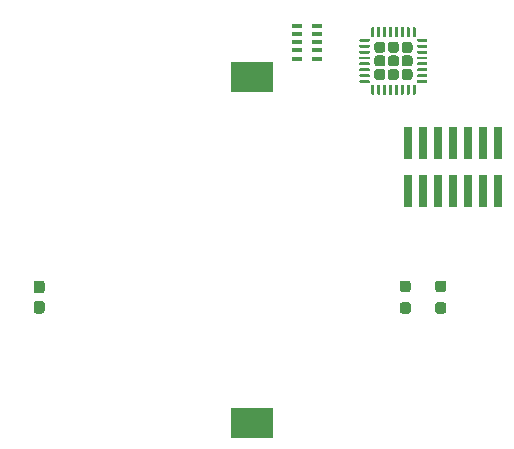
<source format=gbr>
%TF.GenerationSoftware,KiCad,Pcbnew,(5.1.9)-1*%
%TF.CreationDate,2022-04-02T11:09:43-04:00*%
%TF.ProjectId,Light_Sensor_schematic,4c696768-745f-4536-956e-736f725f7363,rev?*%
%TF.SameCoordinates,Original*%
%TF.FileFunction,Paste,Top*%
%TF.FilePolarity,Positive*%
%FSLAX46Y46*%
G04 Gerber Fmt 4.6, Leading zero omitted, Abs format (unit mm)*
G04 Created by KiCad (PCBNEW (5.1.9)-1) date 2022-04-02 11:09:43*
%MOMM*%
%LPD*%
G01*
G04 APERTURE LIST*
%ADD10R,0.740000X2.790000*%
%ADD11R,3.600000X2.600000*%
%ADD12R,0.900000X0.350000*%
G04 APERTURE END LIST*
D10*
%TO.C,U2*%
X138190000Y-100032000D03*
X138190000Y-95968000D03*
X139460000Y-100032000D03*
X139460000Y-95968000D03*
X140730000Y-100032000D03*
X140730000Y-95968000D03*
X142000000Y-100032000D03*
X142000000Y-95968000D03*
X143270000Y-100032000D03*
X143270000Y-95968000D03*
X144540000Y-100032000D03*
X144540000Y-95968000D03*
X145810000Y-100032000D03*
X145810000Y-95968000D03*
%TD*%
%TO.C,U1*%
G36*
G01*
X134125000Y-87312500D02*
X134125000Y-87187500D01*
G75*
G02*
X134187500Y-87125000I62500J0D01*
G01*
X134937500Y-87125000D01*
G75*
G02*
X135000000Y-87187500I0J-62500D01*
G01*
X135000000Y-87312500D01*
G75*
G02*
X134937500Y-87375000I-62500J0D01*
G01*
X134187500Y-87375000D01*
G75*
G02*
X134125000Y-87312500I0J62500D01*
G01*
G37*
G36*
G01*
X134125000Y-87812500D02*
X134125000Y-87687500D01*
G75*
G02*
X134187500Y-87625000I62500J0D01*
G01*
X134937500Y-87625000D01*
G75*
G02*
X135000000Y-87687500I0J-62500D01*
G01*
X135000000Y-87812500D01*
G75*
G02*
X134937500Y-87875000I-62500J0D01*
G01*
X134187500Y-87875000D01*
G75*
G02*
X134125000Y-87812500I0J62500D01*
G01*
G37*
G36*
G01*
X134125000Y-88312500D02*
X134125000Y-88187500D01*
G75*
G02*
X134187500Y-88125000I62500J0D01*
G01*
X134937500Y-88125000D01*
G75*
G02*
X135000000Y-88187500I0J-62500D01*
G01*
X135000000Y-88312500D01*
G75*
G02*
X134937500Y-88375000I-62500J0D01*
G01*
X134187500Y-88375000D01*
G75*
G02*
X134125000Y-88312500I0J62500D01*
G01*
G37*
G36*
G01*
X134125000Y-88812500D02*
X134125000Y-88687500D01*
G75*
G02*
X134187500Y-88625000I62500J0D01*
G01*
X134937500Y-88625000D01*
G75*
G02*
X135000000Y-88687500I0J-62500D01*
G01*
X135000000Y-88812500D01*
G75*
G02*
X134937500Y-88875000I-62500J0D01*
G01*
X134187500Y-88875000D01*
G75*
G02*
X134125000Y-88812500I0J62500D01*
G01*
G37*
G36*
G01*
X134125000Y-89312500D02*
X134125000Y-89187500D01*
G75*
G02*
X134187500Y-89125000I62500J0D01*
G01*
X134937500Y-89125000D01*
G75*
G02*
X135000000Y-89187500I0J-62500D01*
G01*
X135000000Y-89312500D01*
G75*
G02*
X134937500Y-89375000I-62500J0D01*
G01*
X134187500Y-89375000D01*
G75*
G02*
X134125000Y-89312500I0J62500D01*
G01*
G37*
G36*
G01*
X134125000Y-89812500D02*
X134125000Y-89687500D01*
G75*
G02*
X134187500Y-89625000I62500J0D01*
G01*
X134937500Y-89625000D01*
G75*
G02*
X135000000Y-89687500I0J-62500D01*
G01*
X135000000Y-89812500D01*
G75*
G02*
X134937500Y-89875000I-62500J0D01*
G01*
X134187500Y-89875000D01*
G75*
G02*
X134125000Y-89812500I0J62500D01*
G01*
G37*
G36*
G01*
X134125000Y-90312500D02*
X134125000Y-90187500D01*
G75*
G02*
X134187500Y-90125000I62500J0D01*
G01*
X134937500Y-90125000D01*
G75*
G02*
X135000000Y-90187500I0J-62500D01*
G01*
X135000000Y-90312500D01*
G75*
G02*
X134937500Y-90375000I-62500J0D01*
G01*
X134187500Y-90375000D01*
G75*
G02*
X134125000Y-90312500I0J62500D01*
G01*
G37*
G36*
G01*
X134125000Y-90812500D02*
X134125000Y-90687500D01*
G75*
G02*
X134187500Y-90625000I62500J0D01*
G01*
X134937500Y-90625000D01*
G75*
G02*
X135000000Y-90687500I0J-62500D01*
G01*
X135000000Y-90812500D01*
G75*
G02*
X134937500Y-90875000I-62500J0D01*
G01*
X134187500Y-90875000D01*
G75*
G02*
X134125000Y-90812500I0J62500D01*
G01*
G37*
G36*
G01*
X135125000Y-91812500D02*
X135125000Y-91062500D01*
G75*
G02*
X135187500Y-91000000I62500J0D01*
G01*
X135312500Y-91000000D01*
G75*
G02*
X135375000Y-91062500I0J-62500D01*
G01*
X135375000Y-91812500D01*
G75*
G02*
X135312500Y-91875000I-62500J0D01*
G01*
X135187500Y-91875000D01*
G75*
G02*
X135125000Y-91812500I0J62500D01*
G01*
G37*
G36*
G01*
X135625000Y-91812500D02*
X135625000Y-91062500D01*
G75*
G02*
X135687500Y-91000000I62500J0D01*
G01*
X135812500Y-91000000D01*
G75*
G02*
X135875000Y-91062500I0J-62500D01*
G01*
X135875000Y-91812500D01*
G75*
G02*
X135812500Y-91875000I-62500J0D01*
G01*
X135687500Y-91875000D01*
G75*
G02*
X135625000Y-91812500I0J62500D01*
G01*
G37*
G36*
G01*
X136125000Y-91812500D02*
X136125000Y-91062500D01*
G75*
G02*
X136187500Y-91000000I62500J0D01*
G01*
X136312500Y-91000000D01*
G75*
G02*
X136375000Y-91062500I0J-62500D01*
G01*
X136375000Y-91812500D01*
G75*
G02*
X136312500Y-91875000I-62500J0D01*
G01*
X136187500Y-91875000D01*
G75*
G02*
X136125000Y-91812500I0J62500D01*
G01*
G37*
G36*
G01*
X136625000Y-91812500D02*
X136625000Y-91062500D01*
G75*
G02*
X136687500Y-91000000I62500J0D01*
G01*
X136812500Y-91000000D01*
G75*
G02*
X136875000Y-91062500I0J-62500D01*
G01*
X136875000Y-91812500D01*
G75*
G02*
X136812500Y-91875000I-62500J0D01*
G01*
X136687500Y-91875000D01*
G75*
G02*
X136625000Y-91812500I0J62500D01*
G01*
G37*
G36*
G01*
X137125000Y-91812500D02*
X137125000Y-91062500D01*
G75*
G02*
X137187500Y-91000000I62500J0D01*
G01*
X137312500Y-91000000D01*
G75*
G02*
X137375000Y-91062500I0J-62500D01*
G01*
X137375000Y-91812500D01*
G75*
G02*
X137312500Y-91875000I-62500J0D01*
G01*
X137187500Y-91875000D01*
G75*
G02*
X137125000Y-91812500I0J62500D01*
G01*
G37*
G36*
G01*
X137625000Y-91812500D02*
X137625000Y-91062500D01*
G75*
G02*
X137687500Y-91000000I62500J0D01*
G01*
X137812500Y-91000000D01*
G75*
G02*
X137875000Y-91062500I0J-62500D01*
G01*
X137875000Y-91812500D01*
G75*
G02*
X137812500Y-91875000I-62500J0D01*
G01*
X137687500Y-91875000D01*
G75*
G02*
X137625000Y-91812500I0J62500D01*
G01*
G37*
G36*
G01*
X138125000Y-91812500D02*
X138125000Y-91062500D01*
G75*
G02*
X138187500Y-91000000I62500J0D01*
G01*
X138312500Y-91000000D01*
G75*
G02*
X138375000Y-91062500I0J-62500D01*
G01*
X138375000Y-91812500D01*
G75*
G02*
X138312500Y-91875000I-62500J0D01*
G01*
X138187500Y-91875000D01*
G75*
G02*
X138125000Y-91812500I0J62500D01*
G01*
G37*
G36*
G01*
X138625000Y-91812500D02*
X138625000Y-91062500D01*
G75*
G02*
X138687500Y-91000000I62500J0D01*
G01*
X138812500Y-91000000D01*
G75*
G02*
X138875000Y-91062500I0J-62500D01*
G01*
X138875000Y-91812500D01*
G75*
G02*
X138812500Y-91875000I-62500J0D01*
G01*
X138687500Y-91875000D01*
G75*
G02*
X138625000Y-91812500I0J62500D01*
G01*
G37*
G36*
G01*
X139000000Y-90812500D02*
X139000000Y-90687500D01*
G75*
G02*
X139062500Y-90625000I62500J0D01*
G01*
X139812500Y-90625000D01*
G75*
G02*
X139875000Y-90687500I0J-62500D01*
G01*
X139875000Y-90812500D01*
G75*
G02*
X139812500Y-90875000I-62500J0D01*
G01*
X139062500Y-90875000D01*
G75*
G02*
X139000000Y-90812500I0J62500D01*
G01*
G37*
G36*
G01*
X139000000Y-90312500D02*
X139000000Y-90187500D01*
G75*
G02*
X139062500Y-90125000I62500J0D01*
G01*
X139812500Y-90125000D01*
G75*
G02*
X139875000Y-90187500I0J-62500D01*
G01*
X139875000Y-90312500D01*
G75*
G02*
X139812500Y-90375000I-62500J0D01*
G01*
X139062500Y-90375000D01*
G75*
G02*
X139000000Y-90312500I0J62500D01*
G01*
G37*
G36*
G01*
X139000000Y-89812500D02*
X139000000Y-89687500D01*
G75*
G02*
X139062500Y-89625000I62500J0D01*
G01*
X139812500Y-89625000D01*
G75*
G02*
X139875000Y-89687500I0J-62500D01*
G01*
X139875000Y-89812500D01*
G75*
G02*
X139812500Y-89875000I-62500J0D01*
G01*
X139062500Y-89875000D01*
G75*
G02*
X139000000Y-89812500I0J62500D01*
G01*
G37*
G36*
G01*
X139000000Y-89312500D02*
X139000000Y-89187500D01*
G75*
G02*
X139062500Y-89125000I62500J0D01*
G01*
X139812500Y-89125000D01*
G75*
G02*
X139875000Y-89187500I0J-62500D01*
G01*
X139875000Y-89312500D01*
G75*
G02*
X139812500Y-89375000I-62500J0D01*
G01*
X139062500Y-89375000D01*
G75*
G02*
X139000000Y-89312500I0J62500D01*
G01*
G37*
G36*
G01*
X139000000Y-88812500D02*
X139000000Y-88687500D01*
G75*
G02*
X139062500Y-88625000I62500J0D01*
G01*
X139812500Y-88625000D01*
G75*
G02*
X139875000Y-88687500I0J-62500D01*
G01*
X139875000Y-88812500D01*
G75*
G02*
X139812500Y-88875000I-62500J0D01*
G01*
X139062500Y-88875000D01*
G75*
G02*
X139000000Y-88812500I0J62500D01*
G01*
G37*
G36*
G01*
X139000000Y-88312500D02*
X139000000Y-88187500D01*
G75*
G02*
X139062500Y-88125000I62500J0D01*
G01*
X139812500Y-88125000D01*
G75*
G02*
X139875000Y-88187500I0J-62500D01*
G01*
X139875000Y-88312500D01*
G75*
G02*
X139812500Y-88375000I-62500J0D01*
G01*
X139062500Y-88375000D01*
G75*
G02*
X139000000Y-88312500I0J62500D01*
G01*
G37*
G36*
G01*
X139000000Y-87812500D02*
X139000000Y-87687500D01*
G75*
G02*
X139062500Y-87625000I62500J0D01*
G01*
X139812500Y-87625000D01*
G75*
G02*
X139875000Y-87687500I0J-62500D01*
G01*
X139875000Y-87812500D01*
G75*
G02*
X139812500Y-87875000I-62500J0D01*
G01*
X139062500Y-87875000D01*
G75*
G02*
X139000000Y-87812500I0J62500D01*
G01*
G37*
G36*
G01*
X139000000Y-87312500D02*
X139000000Y-87187500D01*
G75*
G02*
X139062500Y-87125000I62500J0D01*
G01*
X139812500Y-87125000D01*
G75*
G02*
X139875000Y-87187500I0J-62500D01*
G01*
X139875000Y-87312500D01*
G75*
G02*
X139812500Y-87375000I-62500J0D01*
G01*
X139062500Y-87375000D01*
G75*
G02*
X139000000Y-87312500I0J62500D01*
G01*
G37*
G36*
G01*
X138625000Y-86937500D02*
X138625000Y-86187500D01*
G75*
G02*
X138687500Y-86125000I62500J0D01*
G01*
X138812500Y-86125000D01*
G75*
G02*
X138875000Y-86187500I0J-62500D01*
G01*
X138875000Y-86937500D01*
G75*
G02*
X138812500Y-87000000I-62500J0D01*
G01*
X138687500Y-87000000D01*
G75*
G02*
X138625000Y-86937500I0J62500D01*
G01*
G37*
G36*
G01*
X138125000Y-86937500D02*
X138125000Y-86187500D01*
G75*
G02*
X138187500Y-86125000I62500J0D01*
G01*
X138312500Y-86125000D01*
G75*
G02*
X138375000Y-86187500I0J-62500D01*
G01*
X138375000Y-86937500D01*
G75*
G02*
X138312500Y-87000000I-62500J0D01*
G01*
X138187500Y-87000000D01*
G75*
G02*
X138125000Y-86937500I0J62500D01*
G01*
G37*
G36*
G01*
X137625000Y-86937500D02*
X137625000Y-86187500D01*
G75*
G02*
X137687500Y-86125000I62500J0D01*
G01*
X137812500Y-86125000D01*
G75*
G02*
X137875000Y-86187500I0J-62500D01*
G01*
X137875000Y-86937500D01*
G75*
G02*
X137812500Y-87000000I-62500J0D01*
G01*
X137687500Y-87000000D01*
G75*
G02*
X137625000Y-86937500I0J62500D01*
G01*
G37*
G36*
G01*
X137125000Y-86937500D02*
X137125000Y-86187500D01*
G75*
G02*
X137187500Y-86125000I62500J0D01*
G01*
X137312500Y-86125000D01*
G75*
G02*
X137375000Y-86187500I0J-62500D01*
G01*
X137375000Y-86937500D01*
G75*
G02*
X137312500Y-87000000I-62500J0D01*
G01*
X137187500Y-87000000D01*
G75*
G02*
X137125000Y-86937500I0J62500D01*
G01*
G37*
G36*
G01*
X136625000Y-86937500D02*
X136625000Y-86187500D01*
G75*
G02*
X136687500Y-86125000I62500J0D01*
G01*
X136812500Y-86125000D01*
G75*
G02*
X136875000Y-86187500I0J-62500D01*
G01*
X136875000Y-86937500D01*
G75*
G02*
X136812500Y-87000000I-62500J0D01*
G01*
X136687500Y-87000000D01*
G75*
G02*
X136625000Y-86937500I0J62500D01*
G01*
G37*
G36*
G01*
X136125000Y-86937500D02*
X136125000Y-86187500D01*
G75*
G02*
X136187500Y-86125000I62500J0D01*
G01*
X136312500Y-86125000D01*
G75*
G02*
X136375000Y-86187500I0J-62500D01*
G01*
X136375000Y-86937500D01*
G75*
G02*
X136312500Y-87000000I-62500J0D01*
G01*
X136187500Y-87000000D01*
G75*
G02*
X136125000Y-86937500I0J62500D01*
G01*
G37*
G36*
G01*
X135625000Y-86937500D02*
X135625000Y-86187500D01*
G75*
G02*
X135687500Y-86125000I62500J0D01*
G01*
X135812500Y-86125000D01*
G75*
G02*
X135875000Y-86187500I0J-62500D01*
G01*
X135875000Y-86937500D01*
G75*
G02*
X135812500Y-87000000I-62500J0D01*
G01*
X135687500Y-87000000D01*
G75*
G02*
X135625000Y-86937500I0J62500D01*
G01*
G37*
G36*
G01*
X135125000Y-86937500D02*
X135125000Y-86187500D01*
G75*
G02*
X135187500Y-86125000I62500J0D01*
G01*
X135312500Y-86125000D01*
G75*
G02*
X135375000Y-86187500I0J-62500D01*
G01*
X135375000Y-86937500D01*
G75*
G02*
X135312500Y-87000000I-62500J0D01*
G01*
X135187500Y-87000000D01*
G75*
G02*
X135125000Y-86937500I0J62500D01*
G01*
G37*
G36*
G01*
X135385000Y-88082500D02*
X135385000Y-87617500D01*
G75*
G02*
X135617500Y-87385000I232500J0D01*
G01*
X136082500Y-87385000D01*
G75*
G02*
X136315000Y-87617500I0J-232500D01*
G01*
X136315000Y-88082500D01*
G75*
G02*
X136082500Y-88315000I-232500J0D01*
G01*
X135617500Y-88315000D01*
G75*
G02*
X135385000Y-88082500I0J232500D01*
G01*
G37*
G36*
G01*
X135385000Y-89232500D02*
X135385000Y-88767500D01*
G75*
G02*
X135617500Y-88535000I232500J0D01*
G01*
X136082500Y-88535000D01*
G75*
G02*
X136315000Y-88767500I0J-232500D01*
G01*
X136315000Y-89232500D01*
G75*
G02*
X136082500Y-89465000I-232500J0D01*
G01*
X135617500Y-89465000D01*
G75*
G02*
X135385000Y-89232500I0J232500D01*
G01*
G37*
G36*
G01*
X135385000Y-90382500D02*
X135385000Y-89917500D01*
G75*
G02*
X135617500Y-89685000I232500J0D01*
G01*
X136082500Y-89685000D01*
G75*
G02*
X136315000Y-89917500I0J-232500D01*
G01*
X136315000Y-90382500D01*
G75*
G02*
X136082500Y-90615000I-232500J0D01*
G01*
X135617500Y-90615000D01*
G75*
G02*
X135385000Y-90382500I0J232500D01*
G01*
G37*
G36*
G01*
X136535000Y-88082500D02*
X136535000Y-87617500D01*
G75*
G02*
X136767500Y-87385000I232500J0D01*
G01*
X137232500Y-87385000D01*
G75*
G02*
X137465000Y-87617500I0J-232500D01*
G01*
X137465000Y-88082500D01*
G75*
G02*
X137232500Y-88315000I-232500J0D01*
G01*
X136767500Y-88315000D01*
G75*
G02*
X136535000Y-88082500I0J232500D01*
G01*
G37*
G36*
G01*
X136535000Y-89232500D02*
X136535000Y-88767500D01*
G75*
G02*
X136767500Y-88535000I232500J0D01*
G01*
X137232500Y-88535000D01*
G75*
G02*
X137465000Y-88767500I0J-232500D01*
G01*
X137465000Y-89232500D01*
G75*
G02*
X137232500Y-89465000I-232500J0D01*
G01*
X136767500Y-89465000D01*
G75*
G02*
X136535000Y-89232500I0J232500D01*
G01*
G37*
G36*
G01*
X136535000Y-90382500D02*
X136535000Y-89917500D01*
G75*
G02*
X136767500Y-89685000I232500J0D01*
G01*
X137232500Y-89685000D01*
G75*
G02*
X137465000Y-89917500I0J-232500D01*
G01*
X137465000Y-90382500D01*
G75*
G02*
X137232500Y-90615000I-232500J0D01*
G01*
X136767500Y-90615000D01*
G75*
G02*
X136535000Y-90382500I0J232500D01*
G01*
G37*
G36*
G01*
X137685000Y-88082500D02*
X137685000Y-87617500D01*
G75*
G02*
X137917500Y-87385000I232500J0D01*
G01*
X138382500Y-87385000D01*
G75*
G02*
X138615000Y-87617500I0J-232500D01*
G01*
X138615000Y-88082500D01*
G75*
G02*
X138382500Y-88315000I-232500J0D01*
G01*
X137917500Y-88315000D01*
G75*
G02*
X137685000Y-88082500I0J232500D01*
G01*
G37*
G36*
G01*
X137685000Y-89232500D02*
X137685000Y-88767500D01*
G75*
G02*
X137917500Y-88535000I232500J0D01*
G01*
X138382500Y-88535000D01*
G75*
G02*
X138615000Y-88767500I0J-232500D01*
G01*
X138615000Y-89232500D01*
G75*
G02*
X138382500Y-89465000I-232500J0D01*
G01*
X137917500Y-89465000D01*
G75*
G02*
X137685000Y-89232500I0J232500D01*
G01*
G37*
G36*
G01*
X137685000Y-90382500D02*
X137685000Y-89917500D01*
G75*
G02*
X137917500Y-89685000I232500J0D01*
G01*
X138382500Y-89685000D01*
G75*
G02*
X138615000Y-89917500I0J-232500D01*
G01*
X138615000Y-90382500D01*
G75*
G02*
X138382500Y-90615000I-232500J0D01*
G01*
X137917500Y-90615000D01*
G75*
G02*
X137685000Y-90382500I0J232500D01*
G01*
G37*
%TD*%
D11*
%TO.C,BT1*%
X125000000Y-119650000D03*
X125000000Y-90350000D03*
%TD*%
%TO.C,C1*%
G36*
G01*
X106762500Y-107600000D02*
X107237500Y-107600000D01*
G75*
G02*
X107475000Y-107837500I0J-237500D01*
G01*
X107475000Y-108437500D01*
G75*
G02*
X107237500Y-108675000I-237500J0D01*
G01*
X106762500Y-108675000D01*
G75*
G02*
X106525000Y-108437500I0J237500D01*
G01*
X106525000Y-107837500D01*
G75*
G02*
X106762500Y-107600000I237500J0D01*
G01*
G37*
G36*
G01*
X106762500Y-109325000D02*
X107237500Y-109325000D01*
G75*
G02*
X107475000Y-109562500I0J-237500D01*
G01*
X107475000Y-110162500D01*
G75*
G02*
X107237500Y-110400000I-237500J0D01*
G01*
X106762500Y-110400000D01*
G75*
G02*
X106525000Y-110162500I0J237500D01*
G01*
X106525000Y-109562500D01*
G75*
G02*
X106762500Y-109325000I237500J0D01*
G01*
G37*
%TD*%
%TO.C,R3*%
G36*
G01*
X141237500Y-110400000D02*
X140762500Y-110400000D01*
G75*
G02*
X140525000Y-110162500I0J237500D01*
G01*
X140525000Y-109662500D01*
G75*
G02*
X140762500Y-109425000I237500J0D01*
G01*
X141237500Y-109425000D01*
G75*
G02*
X141475000Y-109662500I0J-237500D01*
G01*
X141475000Y-110162500D01*
G75*
G02*
X141237500Y-110400000I-237500J0D01*
G01*
G37*
G36*
G01*
X141237500Y-108575000D02*
X140762500Y-108575000D01*
G75*
G02*
X140525000Y-108337500I0J237500D01*
G01*
X140525000Y-107837500D01*
G75*
G02*
X140762500Y-107600000I237500J0D01*
G01*
X141237500Y-107600000D01*
G75*
G02*
X141475000Y-107837500I0J-237500D01*
G01*
X141475000Y-108337500D01*
G75*
G02*
X141237500Y-108575000I-237500J0D01*
G01*
G37*
%TD*%
%TO.C,R4*%
G36*
G01*
X138237500Y-108575000D02*
X137762500Y-108575000D01*
G75*
G02*
X137525000Y-108337500I0J237500D01*
G01*
X137525000Y-107837500D01*
G75*
G02*
X137762500Y-107600000I237500J0D01*
G01*
X138237500Y-107600000D01*
G75*
G02*
X138475000Y-107837500I0J-237500D01*
G01*
X138475000Y-108337500D01*
G75*
G02*
X138237500Y-108575000I-237500J0D01*
G01*
G37*
G36*
G01*
X138237500Y-110400000D02*
X137762500Y-110400000D01*
G75*
G02*
X137525000Y-110162500I0J237500D01*
G01*
X137525000Y-109662500D01*
G75*
G02*
X137762500Y-109425000I237500J0D01*
G01*
X138237500Y-109425000D01*
G75*
G02*
X138475000Y-109662500I0J-237500D01*
G01*
X138475000Y-110162500D01*
G75*
G02*
X138237500Y-110400000I-237500J0D01*
G01*
G37*
%TD*%
D12*
%TO.C,U3*%
X128800000Y-86000000D03*
X130540000Y-86000000D03*
X128800000Y-86700000D03*
X130540000Y-86700000D03*
X128800000Y-87400000D03*
X130540000Y-87400000D03*
X128800000Y-88100000D03*
X130540000Y-88100000D03*
X128800000Y-88800000D03*
X130540000Y-88800000D03*
%TD*%
M02*

</source>
